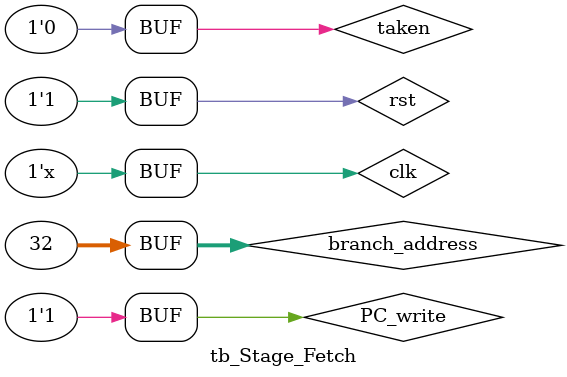
<source format=v>
`timescale 1ns / 1ps


module tb_Stage_Fetch();
    
    reg            clk;
    reg            rst;
    //reg          MUX_branch_selector;
    //reg          MUX_jump_selector;
    //reg [31 : 0] branch_address;
    //reg [31 : 0] jump_address;
    reg   [31 : 0] branch_address;
    reg            taken;
    reg            PC_write;

    wire [31 : 0] pc;
    wire [31 : 0] instruction;

    initial begin
        clk                 = 0;
        rst                 = 0;
        //MUX_branch_selector = 0;
        //MUX_jump_selector   = 0;
        //branch_address      = 0;
        //jump_address        = 0;
        branch_address      = 0;
        taken               = 0;
        PC_write            = 0;

        #100
        rst = 1;
        
        #100
        PC_write = 1;
        //MUX_branch_selector  = 0;
        //MUX_jump_selector    = 0;
        //branch_address       = 0;
        //jump_address         = 0;
        branch_address         = 0;
        taken                = 0;
        #40
        //MUX_branch_selector  = 1;
        //MUX_jump_selector    = 0;
        //branch_address       = 5;
        //jump_address         = 0;
        branch_address         = 6;
        taken                = 1;
        
        #2
        taken                = 0;
        //MUX_branch_selector  = 0;
        //MUX_jump_selector    = 0;
        #10
        //MUX_branch_selector  = 1;
        //MUX_jump_selector    = 1;
        //branch_address       = 0;
        //jump_address         = 30;
        branch_address         = 0;
        taken                = 1;
        #2
        //MUX_branch_selector  = 0;
        //MUX_jump_selector    = 0;
        taken                = 0;
        #50
        //MUX_branch_selector  = 0;
        //MUX_jump_selector    = 1;
        //branch_address       = 0;
        //jump_address         = 0;
        branch_address         = 32;
        taken                = 1;
        #2
        //MUX_branch_selector  = 0;
        //MUX_jump_selector    = 0;
        taken                = 0;
        /*
        #20
        MUX_branch_selector  = 1;
        MUX_jump_selector    = 0;
        branch_address       = 100;
        jump_address         = 00;
        #2
        MUX_branch_selector  = 0;
        MUX_jump_selector    = 0;
        */
        
    end
    
    Stage_Fetch u_Stege_Fetch(
            .clk(clk),
            .rst(rst),
            //.i_MUX_branch_selector(MUX_branch_selector),
            //.i_MUX_jump_selector(MUX_jump_selector),            
            //.i_branch_address(branch_address),
            //.i_jump_address(jump_address),
            .i_taken(taken),
            .i_branch_address(branch_address),
            .i_PC_write(PC_write),
            .o_pc(pc),
            .o_instruction(instruction)
            );

    always #1 clk = ~clk;
endmodule

</source>
